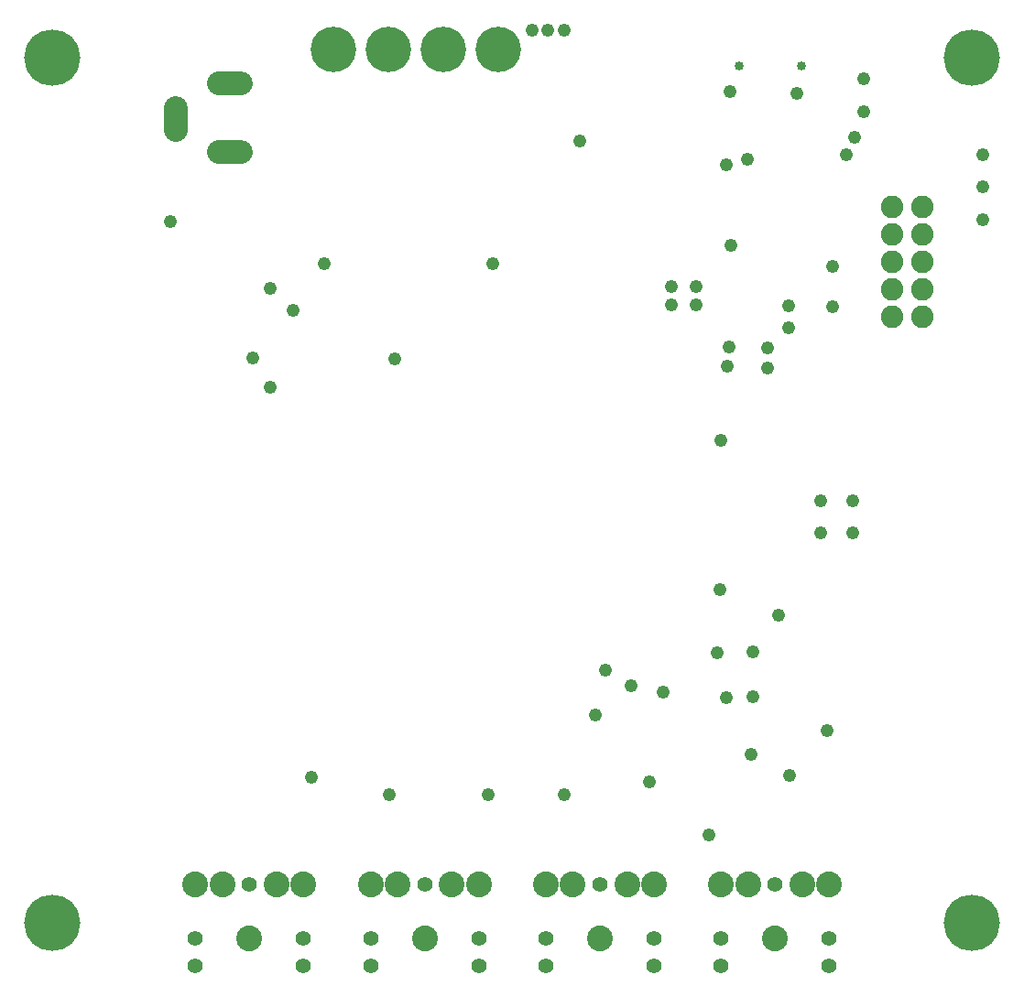
<source format=gbr>
G04 EAGLE Gerber RS-274X export*
G75*
%MOMM*%
%FSLAX34Y34*%
%LPD*%
%INSoldermask Bottom*%
%IPPOS*%
%AMOC8*
5,1,8,0,0,1.08239X$1,22.5*%
G01*
%ADD10C,5.203200*%
%ADD11C,0.853200*%
%ADD12C,2.082800*%
%ADD13C,2.387600*%
%ADD14C,1.403200*%
%ADD15C,4.203200*%
%ADD16C,2.203200*%
%ADD17C,1.209600*%


D10*
X50000Y50000D03*
X900000Y50000D03*
X900000Y850000D03*
X50000Y850000D03*
D11*
X742600Y842150D03*
X684800Y842150D03*
D12*
X826030Y711900D03*
X853970Y711900D03*
X826030Y686500D03*
X853970Y686500D03*
X826030Y661100D03*
X853970Y661100D03*
X826030Y635700D03*
X853970Y635700D03*
X826030Y610300D03*
X853970Y610300D03*
D13*
X718000Y35000D03*
X693000Y85000D03*
X668000Y85000D03*
X743000Y85000D03*
X768000Y85000D03*
D14*
X668000Y35000D03*
X668000Y10000D03*
X768000Y10000D03*
X768000Y35000D03*
X718000Y85000D03*
D13*
X556000Y35000D03*
X531000Y85000D03*
X506000Y85000D03*
X581000Y85000D03*
X606000Y85000D03*
D14*
X506000Y35000D03*
X506000Y10000D03*
X606000Y10000D03*
X606000Y35000D03*
X556000Y85000D03*
D13*
X394000Y35000D03*
X369000Y85000D03*
X344000Y85000D03*
X419000Y85000D03*
X444000Y85000D03*
D14*
X344000Y35000D03*
X344000Y10000D03*
X444000Y10000D03*
X444000Y35000D03*
X394000Y85000D03*
D13*
X232000Y35000D03*
X207000Y85000D03*
X182000Y85000D03*
X257000Y85000D03*
X282000Y85000D03*
D14*
X182000Y35000D03*
X182000Y10000D03*
X282000Y10000D03*
X282000Y35000D03*
X232000Y85000D03*
D15*
X309500Y857300D03*
X360300Y857300D03*
X411100Y857300D03*
X461900Y857300D03*
D16*
X223900Y762800D02*
X203900Y762800D01*
X203900Y825800D02*
X223900Y825800D01*
X163900Y802800D02*
X163900Y782800D01*
D17*
X695900Y205800D03*
X721500Y333700D03*
X361300Y168000D03*
X760000Y440000D03*
X790000Y440000D03*
X790000Y410000D03*
X760000Y410000D03*
X800000Y830000D03*
X800000Y800000D03*
X730000Y620000D03*
X730000Y600000D03*
X910000Y730000D03*
X910000Y760000D03*
X910000Y700000D03*
X645000Y638000D03*
X622000Y638000D03*
X645000Y621000D03*
X622000Y621000D03*
X493000Y875000D03*
X508000Y875000D03*
X523000Y875000D03*
X251000Y545000D03*
X453000Y168000D03*
X523000Y168000D03*
X272000Y616000D03*
X251000Y636000D03*
X551700Y241400D03*
X614300Y262800D03*
X666600Y358000D03*
X668000Y496000D03*
X366000Y571000D03*
X301000Y659500D03*
X457000Y659000D03*
X657000Y131000D03*
X601600Y179600D03*
X765600Y227700D03*
X731000Y185800D03*
X289500Y184000D03*
X234900Y571900D03*
X784000Y760000D03*
X673000Y751000D03*
X677200Y676000D03*
X676000Y818000D03*
X738200Y817000D03*
X771000Y619000D03*
X771000Y657000D03*
X561000Y283000D03*
X584500Y268500D03*
X664000Y299000D03*
X673000Y258000D03*
X697000Y300000D03*
X697000Y259000D03*
X791000Y776000D03*
X692000Y756000D03*
X537000Y773000D03*
X159000Y698000D03*
X675000Y582000D03*
X711000Y581000D03*
X711000Y563000D03*
X674000Y564000D03*
M02*

</source>
